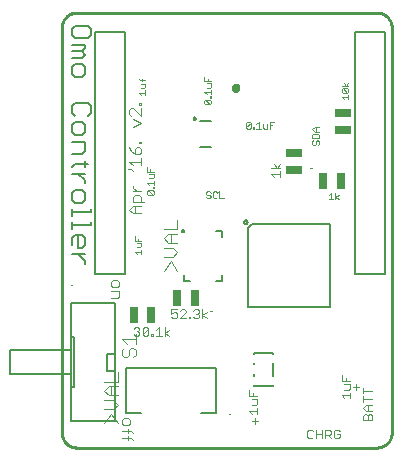
<source format=gto>
G75*
%MOIN*%
%OFA0B0*%
%FSLAX25Y25*%
%IPPOS*%
%LPD*%
%AMOC8*
5,1,8,0,0,1.08239X$1,22.5*
%
%ADD10C,0.00600*%
%ADD11C,0.01000*%
%ADD12C,0.01600*%
%ADD13C,0.00300*%
%ADD14C,0.00200*%
%ADD15C,0.00000*%
%ADD16R,0.02559X0.05512*%
%ADD17R,0.05512X0.02559*%
%ADD18C,0.00400*%
%ADD19C,0.00500*%
%ADD20C,0.00800*%
D10*
X0026041Y0063999D02*
X0026041Y0065067D01*
X0023906Y0067202D01*
X0021771Y0067202D02*
X0026041Y0067202D01*
X0024973Y0069377D02*
X0023906Y0069377D01*
X0023906Y0073647D01*
X0024973Y0073647D02*
X0026041Y0072580D01*
X0026041Y0070444D01*
X0024973Y0069377D01*
X0021771Y0070444D02*
X0021771Y0072580D01*
X0022838Y0073647D01*
X0024973Y0073647D01*
X0028176Y0076877D02*
X0021771Y0076877D01*
X0021771Y0077944D02*
X0021771Y0075809D01*
X0021771Y0080106D02*
X0021771Y0082241D01*
X0021771Y0081174D02*
X0028176Y0081174D01*
X0028176Y0082241D01*
X0024973Y0084416D02*
X0026041Y0085484D01*
X0026041Y0087619D01*
X0024973Y0088687D01*
X0022838Y0088687D01*
X0021771Y0087619D01*
X0021771Y0085484D01*
X0022838Y0084416D01*
X0024973Y0084416D01*
X0026041Y0090855D02*
X0026041Y0091923D01*
X0023906Y0094058D01*
X0021771Y0094058D02*
X0026041Y0094058D01*
X0026041Y0096220D02*
X0026041Y0098355D01*
X0027109Y0097287D02*
X0022838Y0097287D01*
X0021771Y0096220D01*
X0021771Y0100530D02*
X0024973Y0100530D01*
X0026041Y0101598D01*
X0026041Y0104800D01*
X0021771Y0104800D01*
X0022838Y0106976D02*
X0024973Y0106976D01*
X0026041Y0108043D01*
X0026041Y0110178D01*
X0024973Y0111246D01*
X0022838Y0111246D01*
X0021771Y0110178D01*
X0021771Y0108043D01*
X0022838Y0106976D01*
X0022838Y0113421D02*
X0021771Y0114489D01*
X0021771Y0116624D01*
X0022838Y0117691D01*
X0027109Y0117691D01*
X0028176Y0116624D01*
X0028176Y0114489D01*
X0027109Y0113421D01*
X0024973Y0126312D02*
X0022838Y0126312D01*
X0021771Y0127380D01*
X0021771Y0129515D01*
X0022838Y0130582D01*
X0024973Y0130582D01*
X0026041Y0129515D01*
X0026041Y0127380D01*
X0024973Y0126312D01*
X0024973Y0132758D02*
X0021771Y0132758D01*
X0021771Y0134893D02*
X0024973Y0134893D01*
X0026041Y0133825D01*
X0024973Y0132758D01*
X0024973Y0134893D02*
X0026041Y0135960D01*
X0026041Y0137028D01*
X0021771Y0137028D01*
X0022838Y0139203D02*
X0021771Y0140271D01*
X0021771Y0142406D01*
X0022838Y0143473D01*
X0027109Y0143473D01*
X0028176Y0142406D01*
X0028176Y0140271D01*
X0027109Y0139203D01*
X0022838Y0139203D01*
X0028176Y0077944D02*
X0028176Y0076877D01*
X0082589Y0034479D02*
X0082589Y0034109D01*
X0082589Y0034479D02*
X0088967Y0034479D01*
X0088967Y0034109D01*
X0088967Y0030935D02*
X0088967Y0026825D01*
X0088967Y0023652D02*
X0088967Y0023282D01*
X0082589Y0023282D01*
X0082589Y0023652D01*
X0082589Y0026825D02*
X0082589Y0027195D01*
X0082589Y0030565D02*
X0082589Y0030935D01*
D11*
X0018376Y0007817D02*
X0018376Y0142817D01*
X0018378Y0142957D01*
X0018384Y0143097D01*
X0018394Y0143237D01*
X0018407Y0143377D01*
X0018425Y0143516D01*
X0018447Y0143655D01*
X0018472Y0143792D01*
X0018501Y0143930D01*
X0018534Y0144066D01*
X0018571Y0144201D01*
X0018612Y0144335D01*
X0018657Y0144468D01*
X0018705Y0144600D01*
X0018757Y0144730D01*
X0018812Y0144859D01*
X0018871Y0144986D01*
X0018934Y0145112D01*
X0019000Y0145236D01*
X0019069Y0145357D01*
X0019142Y0145477D01*
X0019219Y0145595D01*
X0019298Y0145710D01*
X0019381Y0145824D01*
X0019467Y0145934D01*
X0019556Y0146043D01*
X0019648Y0146149D01*
X0019743Y0146252D01*
X0019840Y0146353D01*
X0019941Y0146450D01*
X0020044Y0146545D01*
X0020150Y0146637D01*
X0020259Y0146726D01*
X0020369Y0146812D01*
X0020483Y0146895D01*
X0020598Y0146974D01*
X0020716Y0147051D01*
X0020836Y0147124D01*
X0020957Y0147193D01*
X0021081Y0147259D01*
X0021207Y0147322D01*
X0021334Y0147381D01*
X0021463Y0147436D01*
X0021593Y0147488D01*
X0021725Y0147536D01*
X0021858Y0147581D01*
X0021992Y0147622D01*
X0022127Y0147659D01*
X0022263Y0147692D01*
X0022401Y0147721D01*
X0022538Y0147746D01*
X0022677Y0147768D01*
X0022816Y0147786D01*
X0022956Y0147799D01*
X0023096Y0147809D01*
X0023236Y0147815D01*
X0023376Y0147817D01*
X0123376Y0147817D01*
X0123516Y0147815D01*
X0123656Y0147809D01*
X0123796Y0147799D01*
X0123936Y0147786D01*
X0124075Y0147768D01*
X0124214Y0147746D01*
X0124351Y0147721D01*
X0124489Y0147692D01*
X0124625Y0147659D01*
X0124760Y0147622D01*
X0124894Y0147581D01*
X0125027Y0147536D01*
X0125159Y0147488D01*
X0125289Y0147436D01*
X0125418Y0147381D01*
X0125545Y0147322D01*
X0125671Y0147259D01*
X0125795Y0147193D01*
X0125916Y0147124D01*
X0126036Y0147051D01*
X0126154Y0146974D01*
X0126269Y0146895D01*
X0126383Y0146812D01*
X0126493Y0146726D01*
X0126602Y0146637D01*
X0126708Y0146545D01*
X0126811Y0146450D01*
X0126912Y0146353D01*
X0127009Y0146252D01*
X0127104Y0146149D01*
X0127196Y0146043D01*
X0127285Y0145934D01*
X0127371Y0145824D01*
X0127454Y0145710D01*
X0127533Y0145595D01*
X0127610Y0145477D01*
X0127683Y0145357D01*
X0127752Y0145236D01*
X0127818Y0145112D01*
X0127881Y0144986D01*
X0127940Y0144859D01*
X0127995Y0144730D01*
X0128047Y0144600D01*
X0128095Y0144468D01*
X0128140Y0144335D01*
X0128181Y0144201D01*
X0128218Y0144066D01*
X0128251Y0143930D01*
X0128280Y0143792D01*
X0128305Y0143655D01*
X0128327Y0143516D01*
X0128345Y0143377D01*
X0128358Y0143237D01*
X0128368Y0143097D01*
X0128374Y0142957D01*
X0128376Y0142817D01*
X0128376Y0007817D01*
X0128374Y0007677D01*
X0128368Y0007537D01*
X0128358Y0007397D01*
X0128345Y0007257D01*
X0128327Y0007118D01*
X0128305Y0006979D01*
X0128280Y0006842D01*
X0128251Y0006704D01*
X0128218Y0006568D01*
X0128181Y0006433D01*
X0128140Y0006299D01*
X0128095Y0006166D01*
X0128047Y0006034D01*
X0127995Y0005904D01*
X0127940Y0005775D01*
X0127881Y0005648D01*
X0127818Y0005522D01*
X0127752Y0005398D01*
X0127683Y0005277D01*
X0127610Y0005157D01*
X0127533Y0005039D01*
X0127454Y0004924D01*
X0127371Y0004810D01*
X0127285Y0004700D01*
X0127196Y0004591D01*
X0127104Y0004485D01*
X0127009Y0004382D01*
X0126912Y0004281D01*
X0126811Y0004184D01*
X0126708Y0004089D01*
X0126602Y0003997D01*
X0126493Y0003908D01*
X0126383Y0003822D01*
X0126269Y0003739D01*
X0126154Y0003660D01*
X0126036Y0003583D01*
X0125916Y0003510D01*
X0125795Y0003441D01*
X0125671Y0003375D01*
X0125545Y0003312D01*
X0125418Y0003253D01*
X0125289Y0003198D01*
X0125159Y0003146D01*
X0125027Y0003098D01*
X0124894Y0003053D01*
X0124760Y0003012D01*
X0124625Y0002975D01*
X0124489Y0002942D01*
X0124351Y0002913D01*
X0124214Y0002888D01*
X0124075Y0002866D01*
X0123936Y0002848D01*
X0123796Y0002835D01*
X0123656Y0002825D01*
X0123516Y0002819D01*
X0123376Y0002817D01*
X0023376Y0002817D01*
X0023236Y0002819D01*
X0023096Y0002825D01*
X0022956Y0002835D01*
X0022816Y0002848D01*
X0022677Y0002866D01*
X0022538Y0002888D01*
X0022401Y0002913D01*
X0022263Y0002942D01*
X0022127Y0002975D01*
X0021992Y0003012D01*
X0021858Y0003053D01*
X0021725Y0003098D01*
X0021593Y0003146D01*
X0021463Y0003198D01*
X0021334Y0003253D01*
X0021207Y0003312D01*
X0021081Y0003375D01*
X0020957Y0003441D01*
X0020836Y0003510D01*
X0020716Y0003583D01*
X0020598Y0003660D01*
X0020483Y0003739D01*
X0020369Y0003822D01*
X0020259Y0003908D01*
X0020150Y0003997D01*
X0020044Y0004089D01*
X0019941Y0004184D01*
X0019840Y0004281D01*
X0019743Y0004382D01*
X0019648Y0004485D01*
X0019556Y0004591D01*
X0019467Y0004700D01*
X0019381Y0004810D01*
X0019298Y0004924D01*
X0019219Y0005039D01*
X0019142Y0005157D01*
X0019069Y0005277D01*
X0019000Y0005398D01*
X0018934Y0005522D01*
X0018871Y0005648D01*
X0018812Y0005775D01*
X0018757Y0005904D01*
X0018705Y0006034D01*
X0018657Y0006166D01*
X0018612Y0006299D01*
X0018571Y0006433D01*
X0018534Y0006568D01*
X0018501Y0006704D01*
X0018472Y0006842D01*
X0018447Y0006979D01*
X0018425Y0007118D01*
X0018407Y0007257D01*
X0018394Y0007397D01*
X0018384Y0007537D01*
X0018378Y0007677D01*
X0018376Y0007817D01*
D12*
X0075813Y0122713D02*
X0075815Y0122760D01*
X0075821Y0122807D01*
X0075830Y0122853D01*
X0075844Y0122898D01*
X0075861Y0122942D01*
X0075882Y0122984D01*
X0075906Y0123025D01*
X0075933Y0123063D01*
X0075964Y0123099D01*
X0075997Y0123132D01*
X0076033Y0123163D01*
X0076071Y0123190D01*
X0076112Y0123214D01*
X0076154Y0123235D01*
X0076198Y0123252D01*
X0076243Y0123266D01*
X0076289Y0123275D01*
X0076336Y0123281D01*
X0076383Y0123283D01*
X0076430Y0123281D01*
X0076477Y0123275D01*
X0076523Y0123266D01*
X0076568Y0123252D01*
X0076612Y0123235D01*
X0076654Y0123214D01*
X0076695Y0123190D01*
X0076733Y0123163D01*
X0076769Y0123132D01*
X0076802Y0123099D01*
X0076833Y0123063D01*
X0076860Y0123025D01*
X0076884Y0122984D01*
X0076905Y0122942D01*
X0076922Y0122898D01*
X0076936Y0122853D01*
X0076945Y0122807D01*
X0076951Y0122760D01*
X0076953Y0122713D01*
X0076951Y0122666D01*
X0076945Y0122619D01*
X0076936Y0122573D01*
X0076922Y0122528D01*
X0076905Y0122484D01*
X0076884Y0122442D01*
X0076860Y0122401D01*
X0076833Y0122363D01*
X0076802Y0122327D01*
X0076769Y0122294D01*
X0076733Y0122263D01*
X0076695Y0122236D01*
X0076654Y0122212D01*
X0076612Y0122191D01*
X0076568Y0122174D01*
X0076523Y0122160D01*
X0076477Y0122151D01*
X0076430Y0122145D01*
X0076383Y0122143D01*
X0076336Y0122145D01*
X0076289Y0122151D01*
X0076243Y0122160D01*
X0076198Y0122174D01*
X0076154Y0122191D01*
X0076112Y0122212D01*
X0076071Y0122236D01*
X0076033Y0122263D01*
X0075997Y0122294D01*
X0075964Y0122327D01*
X0075933Y0122363D01*
X0075906Y0122401D01*
X0075882Y0122442D01*
X0075861Y0122484D01*
X0075844Y0122528D01*
X0075830Y0122573D01*
X0075821Y0122619D01*
X0075815Y0122666D01*
X0075813Y0122713D01*
D13*
X0089236Y0097425D02*
X0090203Y0095974D01*
X0091171Y0097425D01*
X0091171Y0095974D02*
X0088268Y0095974D01*
X0088268Y0093995D02*
X0091171Y0093995D01*
X0091171Y0094962D02*
X0091171Y0093027D01*
X0089236Y0093027D02*
X0088268Y0093995D01*
X0065184Y0048884D02*
X0065184Y0045981D01*
X0065184Y0046949D02*
X0066635Y0047916D01*
X0065184Y0046949D02*
X0066635Y0045981D01*
X0064172Y0046465D02*
X0063688Y0045981D01*
X0062721Y0045981D01*
X0062237Y0046465D01*
X0061248Y0046465D02*
X0061248Y0045981D01*
X0060764Y0045981D01*
X0060764Y0046465D01*
X0061248Y0046465D01*
X0059752Y0045981D02*
X0057817Y0045981D01*
X0059752Y0047916D01*
X0059752Y0048400D01*
X0059269Y0048884D01*
X0058301Y0048884D01*
X0057817Y0048400D01*
X0056806Y0048884D02*
X0054871Y0048884D01*
X0054871Y0047433D01*
X0055838Y0047916D01*
X0056322Y0047916D01*
X0056806Y0047433D01*
X0056806Y0046465D01*
X0056322Y0045981D01*
X0055355Y0045981D01*
X0054871Y0046465D01*
X0052670Y0042978D02*
X0052670Y0040076D01*
X0052670Y0041043D02*
X0054121Y0042011D01*
X0052670Y0041043D02*
X0054121Y0040076D01*
X0051659Y0040076D02*
X0049724Y0040076D01*
X0050691Y0040076D02*
X0050691Y0042978D01*
X0049724Y0042011D01*
X0048734Y0040560D02*
X0048250Y0040560D01*
X0048250Y0040076D01*
X0048734Y0040076D01*
X0048734Y0040560D01*
X0047239Y0040560D02*
X0046755Y0040076D01*
X0045788Y0040076D01*
X0045304Y0040560D01*
X0047239Y0042495D01*
X0047239Y0040560D01*
X0047239Y0042495D02*
X0046755Y0042978D01*
X0045788Y0042978D01*
X0045304Y0042495D01*
X0045304Y0040560D01*
X0044292Y0040560D02*
X0043809Y0040076D01*
X0042841Y0040076D01*
X0042357Y0040560D01*
X0043325Y0041527D02*
X0043809Y0041527D01*
X0044292Y0041043D01*
X0044292Y0040560D01*
X0043809Y0041527D02*
X0044292Y0042011D01*
X0044292Y0042495D01*
X0043809Y0042978D01*
X0042841Y0042978D01*
X0042357Y0042495D01*
X0036817Y0052504D02*
X0034966Y0052504D01*
X0034966Y0054973D02*
X0037435Y0054973D01*
X0037435Y0053122D01*
X0036817Y0052504D01*
X0036817Y0056188D02*
X0035583Y0056188D01*
X0034966Y0056805D01*
X0034966Y0058039D01*
X0035583Y0058656D01*
X0036817Y0058656D01*
X0037435Y0058039D01*
X0037435Y0056805D01*
X0036817Y0056188D01*
X0042173Y0080886D02*
X0040938Y0082120D01*
X0042173Y0083355D01*
X0044642Y0083355D01*
X0044642Y0084569D02*
X0044642Y0086421D01*
X0044024Y0087038D01*
X0042790Y0087038D01*
X0042173Y0086421D01*
X0042173Y0084569D01*
X0045876Y0084569D01*
X0042790Y0083355D02*
X0042790Y0080886D01*
X0042173Y0080886D02*
X0044642Y0080886D01*
X0044642Y0088252D02*
X0042173Y0088252D01*
X0043407Y0088252D02*
X0042173Y0089487D01*
X0042173Y0090104D01*
X0042173Y0095005D02*
X0041556Y0095622D01*
X0040321Y0095622D01*
X0042173Y0096846D02*
X0040938Y0098081D01*
X0044642Y0098081D01*
X0044642Y0099315D02*
X0044642Y0096846D01*
X0044024Y0100529D02*
X0042790Y0100529D01*
X0042790Y0102381D01*
X0043407Y0102998D01*
X0044024Y0102998D01*
X0044642Y0102381D01*
X0044642Y0101147D01*
X0044024Y0100529D01*
X0042790Y0100529D02*
X0041556Y0101764D01*
X0040938Y0102998D01*
X0044024Y0104213D02*
X0044024Y0104830D01*
X0044642Y0104830D01*
X0044642Y0104213D01*
X0044024Y0104213D01*
X0042173Y0109737D02*
X0044642Y0110972D01*
X0042173Y0112206D01*
X0041556Y0113420D02*
X0040938Y0114038D01*
X0040938Y0115272D01*
X0041556Y0115889D01*
X0042173Y0115889D01*
X0044642Y0113420D01*
X0044642Y0115889D01*
X0044642Y0117104D02*
X0044642Y0117721D01*
X0044024Y0117721D01*
X0044024Y0117104D01*
X0044642Y0117104D01*
X0062721Y0048884D02*
X0063688Y0048884D01*
X0064172Y0048400D01*
X0064172Y0047916D01*
X0063688Y0047433D01*
X0064172Y0046949D01*
X0064172Y0046465D01*
X0063688Y0047433D02*
X0063205Y0047433D01*
X0062237Y0048400D02*
X0062721Y0048884D01*
X0080713Y0021857D02*
X0080713Y0019922D01*
X0083616Y0019922D01*
X0083616Y0018910D02*
X0081681Y0018910D01*
X0082164Y0019922D02*
X0082164Y0020889D01*
X0083616Y0018910D02*
X0083616Y0017459D01*
X0083132Y0016975D01*
X0081681Y0016975D01*
X0083616Y0015964D02*
X0083616Y0014029D01*
X0083616Y0014996D02*
X0080713Y0014996D01*
X0081681Y0014029D01*
X0082724Y0012539D02*
X0082724Y0010604D01*
X0081757Y0011572D02*
X0083692Y0011572D01*
X0100243Y0008331D02*
X0100243Y0006396D01*
X0100726Y0005913D01*
X0101694Y0005913D01*
X0102178Y0006396D01*
X0103189Y0005913D02*
X0103189Y0008815D01*
X0102178Y0008331D02*
X0101694Y0008815D01*
X0100726Y0008815D01*
X0100243Y0008331D01*
X0103189Y0007364D02*
X0105124Y0007364D01*
X0106136Y0006880D02*
X0107587Y0006880D01*
X0108071Y0007364D01*
X0108071Y0008331D01*
X0107587Y0008815D01*
X0106136Y0008815D01*
X0106136Y0005913D01*
X0105124Y0005913D02*
X0105124Y0008815D01*
X0107103Y0006880D02*
X0108071Y0005913D01*
X0109082Y0006396D02*
X0109566Y0005913D01*
X0110533Y0005913D01*
X0111017Y0006396D01*
X0111017Y0007364D01*
X0110050Y0007364D01*
X0111017Y0008331D02*
X0110533Y0008815D01*
X0109566Y0008815D01*
X0109082Y0008331D01*
X0109082Y0006396D01*
X0118887Y0012014D02*
X0118887Y0013465D01*
X0119371Y0013949D01*
X0119855Y0013949D01*
X0120338Y0013465D01*
X0120338Y0012014D01*
X0118887Y0012014D02*
X0121790Y0012014D01*
X0121790Y0013465D01*
X0121306Y0013949D01*
X0120822Y0013949D01*
X0120338Y0013465D01*
X0120338Y0014961D02*
X0120338Y0016896D01*
X0119855Y0016896D02*
X0121790Y0016896D01*
X0119855Y0016896D02*
X0118887Y0015928D01*
X0119855Y0014961D01*
X0121790Y0014961D01*
X0121790Y0018875D02*
X0118887Y0018875D01*
X0118887Y0019842D02*
X0118887Y0017907D01*
X0118887Y0020854D02*
X0118887Y0022789D01*
X0118887Y0021821D02*
X0121790Y0021821D01*
X0117513Y0022933D02*
X0115578Y0022933D01*
X0114538Y0022633D02*
X0114538Y0024084D01*
X0112603Y0024084D01*
X0113087Y0025096D02*
X0113087Y0026063D01*
X0114538Y0025096D02*
X0111636Y0025096D01*
X0111636Y0027031D01*
X0114538Y0022633D02*
X0114054Y0022149D01*
X0112603Y0022149D01*
X0111636Y0020170D02*
X0114538Y0020170D01*
X0114538Y0019203D02*
X0114538Y0021138D01*
X0116545Y0021965D02*
X0116545Y0023900D01*
X0112603Y0019203D02*
X0111636Y0020170D01*
X0042229Y0007750D02*
X0041612Y0008367D01*
X0038526Y0008367D01*
X0039143Y0010199D02*
X0040378Y0010199D01*
X0040995Y0010816D01*
X0040995Y0012050D01*
X0040378Y0012667D01*
X0039143Y0012667D01*
X0038526Y0012050D01*
X0038526Y0010816D01*
X0039143Y0010199D01*
X0040378Y0008984D02*
X0040378Y0007750D01*
X0040378Y0006529D02*
X0040378Y0005294D01*
X0041612Y0005912D02*
X0038526Y0005912D01*
X0041612Y0005912D02*
X0042229Y0005294D01*
D14*
X0043470Y0067298D02*
X0042736Y0068032D01*
X0044938Y0068032D01*
X0044938Y0067298D02*
X0044938Y0068766D01*
X0044571Y0069508D02*
X0044938Y0069875D01*
X0044938Y0070976D01*
X0043470Y0070976D01*
X0043837Y0071717D02*
X0043837Y0072451D01*
X0044938Y0071717D02*
X0042736Y0071717D01*
X0042736Y0073185D01*
X0043470Y0069508D02*
X0044571Y0069508D01*
X0047221Y0087040D02*
X0046854Y0087407D01*
X0046854Y0088141D01*
X0047221Y0088508D01*
X0048689Y0087040D01*
X0049056Y0087407D01*
X0049056Y0088141D01*
X0048689Y0088508D01*
X0047221Y0088508D01*
X0047221Y0087040D02*
X0048689Y0087040D01*
X0048689Y0089250D02*
X0048689Y0089617D01*
X0049056Y0089617D01*
X0049056Y0089250D01*
X0048689Y0089250D01*
X0049056Y0090355D02*
X0049056Y0091823D01*
X0049056Y0091089D02*
X0046854Y0091089D01*
X0047588Y0090355D01*
X0047588Y0092565D02*
X0048689Y0092565D01*
X0049056Y0092932D01*
X0049056Y0094033D01*
X0047588Y0094033D01*
X0047955Y0094775D02*
X0047955Y0095509D01*
X0046854Y0094775D02*
X0046854Y0096243D01*
X0046854Y0094775D02*
X0049056Y0094775D01*
X0066507Y0087823D02*
X0066507Y0087456D01*
X0066874Y0087089D01*
X0067608Y0087089D01*
X0067975Y0086722D01*
X0067975Y0086355D01*
X0067608Y0085988D01*
X0066874Y0085988D01*
X0066507Y0086355D01*
X0066507Y0087823D02*
X0066874Y0088190D01*
X0067608Y0088190D01*
X0067975Y0087823D01*
X0068717Y0087823D02*
X0068717Y0086355D01*
X0069084Y0085988D01*
X0069818Y0085988D01*
X0070185Y0086355D01*
X0070927Y0085988D02*
X0072395Y0085988D01*
X0070927Y0085988D02*
X0070927Y0088190D01*
X0070185Y0087823D02*
X0069818Y0088190D01*
X0069084Y0088190D01*
X0068717Y0087823D01*
X0080294Y0109158D02*
X0079927Y0109525D01*
X0081395Y0110993D01*
X0081395Y0109525D01*
X0081028Y0109158D01*
X0080294Y0109158D01*
X0079927Y0109525D02*
X0079927Y0110993D01*
X0080294Y0111360D01*
X0081028Y0111360D01*
X0081395Y0110993D01*
X0082136Y0109525D02*
X0082503Y0109525D01*
X0082503Y0109158D01*
X0082136Y0109158D01*
X0082136Y0109525D01*
X0083241Y0109158D02*
X0084709Y0109158D01*
X0083975Y0109158D02*
X0083975Y0111360D01*
X0083241Y0110626D01*
X0085451Y0110626D02*
X0085451Y0109525D01*
X0085818Y0109158D01*
X0086919Y0109158D01*
X0086919Y0110626D01*
X0087661Y0110259D02*
X0088395Y0110259D01*
X0087661Y0109158D02*
X0087661Y0111360D01*
X0089129Y0111360D01*
X0101901Y0108858D02*
X0102635Y0109592D01*
X0104103Y0109592D01*
X0103002Y0109592D02*
X0103002Y0108124D01*
X0102635Y0108124D02*
X0101901Y0108858D01*
X0102635Y0108124D02*
X0104103Y0108124D01*
X0103736Y0107383D02*
X0102268Y0107383D01*
X0101901Y0107016D01*
X0101901Y0105915D01*
X0104103Y0105915D01*
X0104103Y0107016D01*
X0103736Y0107383D01*
X0103736Y0105173D02*
X0104103Y0104806D01*
X0104103Y0104072D01*
X0103736Y0103705D01*
X0103002Y0104072D02*
X0103002Y0104806D01*
X0103369Y0105173D01*
X0103736Y0105173D01*
X0103002Y0104072D02*
X0102635Y0103705D01*
X0102268Y0103705D01*
X0101901Y0104072D01*
X0101901Y0104806D01*
X0102268Y0105173D01*
X0112431Y0118906D02*
X0111697Y0119640D01*
X0113899Y0119640D01*
X0113899Y0118906D02*
X0113899Y0120374D01*
X0113532Y0121116D02*
X0112064Y0121116D01*
X0111697Y0121482D01*
X0111697Y0122216D01*
X0112064Y0122583D01*
X0113532Y0121116D01*
X0113899Y0121482D01*
X0113899Y0122216D01*
X0113532Y0122583D01*
X0112064Y0122583D01*
X0111697Y0123325D02*
X0113899Y0123325D01*
X0113165Y0123325D02*
X0112431Y0124426D01*
X0113165Y0123325D02*
X0113899Y0124426D01*
X0109627Y0087818D02*
X0109627Y0085616D01*
X0109627Y0086350D02*
X0110728Y0087084D01*
X0109627Y0086350D02*
X0110728Y0085616D01*
X0108885Y0085616D02*
X0107417Y0085616D01*
X0108151Y0085616D02*
X0108151Y0087818D01*
X0107417Y0087084D01*
X0068111Y0117628D02*
X0067744Y0117261D01*
X0066276Y0118729D01*
X0067744Y0118729D01*
X0068111Y0118362D01*
X0068111Y0117628D01*
X0067744Y0117261D02*
X0066276Y0117261D01*
X0065909Y0117628D01*
X0065909Y0118362D01*
X0066276Y0118729D01*
X0067744Y0119471D02*
X0067744Y0119838D01*
X0068111Y0119838D01*
X0068111Y0119471D01*
X0067744Y0119471D01*
X0068111Y0120575D02*
X0068111Y0122043D01*
X0068111Y0121309D02*
X0065909Y0121309D01*
X0066643Y0120575D01*
X0066643Y0122785D02*
X0067744Y0122785D01*
X0068111Y0123152D01*
X0068111Y0124253D01*
X0066643Y0124253D01*
X0067010Y0124995D02*
X0067010Y0125729D01*
X0065909Y0124995D02*
X0065909Y0126463D01*
X0065909Y0124995D02*
X0068111Y0124995D01*
X0046209Y0125206D02*
X0044374Y0125206D01*
X0044007Y0125573D01*
X0045108Y0125573D02*
X0045108Y0124839D01*
X0044741Y0124097D02*
X0046209Y0124097D01*
X0046209Y0122996D01*
X0045842Y0122629D01*
X0044741Y0122629D01*
X0046209Y0121887D02*
X0046209Y0120419D01*
X0046209Y0121153D02*
X0044007Y0121153D01*
X0044741Y0120419D01*
D15*
X0069907Y0088008D02*
X0069974Y0088008D01*
X0069999Y0088008D02*
X0070049Y0088008D01*
X0070066Y0087992D01*
X0070066Y0087958D01*
X0070049Y0087942D01*
X0069999Y0087942D01*
X0069999Y0087908D02*
X0069999Y0088008D01*
X0069940Y0088008D02*
X0069940Y0087908D01*
X0070091Y0087908D02*
X0070141Y0087908D01*
X0070158Y0087925D01*
X0070158Y0087942D01*
X0070141Y0087958D01*
X0070091Y0087958D01*
X0070091Y0087908D02*
X0070091Y0088008D01*
X0070141Y0088008D01*
X0070158Y0087992D01*
X0070158Y0087975D01*
X0070141Y0087958D01*
X0070183Y0087975D02*
X0070216Y0088008D01*
X0070216Y0087908D01*
X0070183Y0087908D02*
X0070250Y0087908D01*
X0070275Y0087875D02*
X0070308Y0087908D01*
X0070292Y0087908D01*
X0070292Y0087925D01*
X0070308Y0087925D01*
X0070308Y0087908D01*
X0070336Y0087908D02*
X0070403Y0087975D01*
X0070403Y0087992D01*
X0070387Y0088008D01*
X0070353Y0088008D01*
X0070336Y0087992D01*
X0070336Y0087908D02*
X0070403Y0087908D01*
X0070429Y0087908D02*
X0070429Y0087925D01*
X0070495Y0087992D01*
X0070495Y0088008D01*
X0070429Y0088008D01*
X0101184Y0096060D02*
X0101251Y0096060D01*
X0101276Y0096060D02*
X0101326Y0096060D01*
X0101343Y0096044D01*
X0101343Y0096010D01*
X0101326Y0095994D01*
X0101276Y0095994D01*
X0101276Y0095960D02*
X0101276Y0096060D01*
X0101218Y0096060D02*
X0101218Y0095960D01*
X0101369Y0095960D02*
X0101419Y0095960D01*
X0101435Y0095977D01*
X0101435Y0095994D01*
X0101419Y0096010D01*
X0101369Y0096010D01*
X0101419Y0096010D02*
X0101435Y0096027D01*
X0101435Y0096044D01*
X0101419Y0096060D01*
X0101369Y0096060D01*
X0101369Y0095960D01*
X0101461Y0095960D02*
X0101527Y0095960D01*
X0101494Y0095960D02*
X0101494Y0096060D01*
X0101461Y0096027D01*
X0101569Y0095977D02*
X0101569Y0095960D01*
X0101586Y0095960D01*
X0101586Y0095977D01*
X0101569Y0095977D01*
X0101586Y0095960D02*
X0101553Y0095927D01*
X0101614Y0095960D02*
X0101681Y0096027D01*
X0101681Y0096044D01*
X0101664Y0096060D01*
X0101631Y0096060D01*
X0101614Y0096044D01*
X0101614Y0095960D02*
X0101681Y0095960D01*
X0101706Y0095960D02*
X0101706Y0095977D01*
X0101773Y0096044D01*
X0101773Y0096060D01*
X0101706Y0096060D01*
X0068486Y0048404D02*
X0068486Y0048387D01*
X0068420Y0048321D01*
X0068420Y0048304D01*
X0068394Y0048304D02*
X0068328Y0048304D01*
X0068394Y0048371D01*
X0068394Y0048387D01*
X0068378Y0048404D01*
X0068344Y0048404D01*
X0068328Y0048387D01*
X0068300Y0048321D02*
X0068283Y0048321D01*
X0068283Y0048304D01*
X0068300Y0048304D01*
X0068300Y0048321D01*
X0068300Y0048304D02*
X0068266Y0048270D01*
X0068241Y0048304D02*
X0068174Y0048304D01*
X0068149Y0048321D02*
X0068132Y0048304D01*
X0068082Y0048304D01*
X0068082Y0048404D01*
X0068132Y0048404D01*
X0068149Y0048387D01*
X0068149Y0048371D01*
X0068132Y0048354D01*
X0068082Y0048354D01*
X0068057Y0048354D02*
X0068040Y0048337D01*
X0067990Y0048337D01*
X0067990Y0048304D02*
X0067990Y0048404D01*
X0068040Y0048404D01*
X0068057Y0048387D01*
X0068057Y0048354D01*
X0068132Y0048354D02*
X0068149Y0048337D01*
X0068149Y0048321D01*
X0068174Y0048371D02*
X0068208Y0048404D01*
X0068208Y0048304D01*
X0068420Y0048404D02*
X0068486Y0048404D01*
X0067965Y0048404D02*
X0067898Y0048404D01*
X0067931Y0048404D02*
X0067931Y0048304D01*
X0073986Y0014051D02*
X0074053Y0014051D01*
X0074078Y0014051D02*
X0074128Y0014051D01*
X0074145Y0014035D01*
X0074145Y0014001D01*
X0074128Y0013985D01*
X0074078Y0013985D01*
X0074078Y0013951D02*
X0074078Y0014051D01*
X0074020Y0014051D02*
X0074020Y0013951D01*
X0074170Y0013951D02*
X0074220Y0013951D01*
X0074237Y0013968D01*
X0074237Y0013985D01*
X0074220Y0014001D01*
X0074170Y0014001D01*
X0074170Y0013951D02*
X0074170Y0014051D01*
X0074220Y0014051D01*
X0074237Y0014035D01*
X0074237Y0014018D01*
X0074220Y0014001D01*
X0074262Y0014018D02*
X0074296Y0014051D01*
X0074296Y0013951D01*
X0074329Y0013951D02*
X0074262Y0013951D01*
X0074355Y0013918D02*
X0074388Y0013951D01*
X0074371Y0013951D01*
X0074371Y0013968D01*
X0074388Y0013968D01*
X0074388Y0013951D01*
X0074416Y0013951D02*
X0074483Y0014018D01*
X0074483Y0014035D01*
X0074466Y0014051D01*
X0074433Y0014051D01*
X0074416Y0014035D01*
X0074416Y0013951D02*
X0074483Y0013951D01*
X0074508Y0013951D02*
X0074508Y0013968D01*
X0074575Y0014035D01*
X0074575Y0014051D01*
X0074508Y0014051D01*
X0021831Y0057020D02*
X0021831Y0057037D01*
X0021898Y0057104D01*
X0021898Y0057120D01*
X0021831Y0057120D01*
X0021805Y0057104D02*
X0021789Y0057120D01*
X0021755Y0057120D01*
X0021739Y0057104D01*
X0021805Y0057104D02*
X0021805Y0057087D01*
X0021739Y0057020D01*
X0021805Y0057020D01*
X0021711Y0057020D02*
X0021694Y0057020D01*
X0021694Y0057037D01*
X0021711Y0057037D01*
X0021711Y0057020D01*
X0021677Y0056987D01*
X0021652Y0057020D02*
X0021585Y0057020D01*
X0021560Y0057037D02*
X0021543Y0057020D01*
X0021493Y0057020D01*
X0021493Y0057120D01*
X0021543Y0057120D01*
X0021560Y0057104D01*
X0021560Y0057087D01*
X0021543Y0057070D01*
X0021493Y0057070D01*
X0021468Y0057070D02*
X0021451Y0057054D01*
X0021401Y0057054D01*
X0021401Y0057020D02*
X0021401Y0057120D01*
X0021451Y0057120D01*
X0021468Y0057104D01*
X0021468Y0057070D01*
X0021543Y0057070D02*
X0021560Y0057054D01*
X0021560Y0057037D01*
X0021585Y0057087D02*
X0021619Y0057120D01*
X0021619Y0057020D01*
X0021376Y0057120D02*
X0021309Y0057120D01*
X0021342Y0057120D02*
X0021342Y0057020D01*
D16*
X0042385Y0046878D03*
X0048185Y0046878D03*
X0056952Y0052784D03*
X0062752Y0052784D03*
X0105519Y0091594D03*
X0111319Y0091594D03*
D17*
X0112083Y0108520D03*
X0112083Y0114320D03*
X0095776Y0101048D03*
X0095776Y0095248D03*
D18*
X0056956Y0078687D02*
X0056956Y0075618D01*
X0052352Y0075618D01*
X0053886Y0074083D02*
X0052352Y0072549D01*
X0053886Y0071014D01*
X0056956Y0071014D01*
X0055421Y0069480D02*
X0052352Y0069480D01*
X0054654Y0071014D02*
X0054654Y0074083D01*
X0053886Y0074083D02*
X0056956Y0074083D01*
X0055421Y0069480D02*
X0056956Y0067945D01*
X0055421Y0066410D01*
X0052352Y0066410D01*
X0054654Y0064876D02*
X0056956Y0061806D01*
X0054654Y0064876D02*
X0052352Y0061806D01*
X0043058Y0040538D02*
X0043058Y0037469D01*
X0043058Y0039003D02*
X0038454Y0039003D01*
X0039989Y0037469D01*
X0039221Y0035934D02*
X0038454Y0035167D01*
X0038454Y0033632D01*
X0039221Y0032865D01*
X0039989Y0032865D01*
X0040756Y0033632D01*
X0040756Y0035167D01*
X0041523Y0035934D01*
X0042291Y0035934D01*
X0043058Y0035167D01*
X0043058Y0033632D01*
X0042291Y0032865D01*
X0037133Y0027861D02*
X0037133Y0024791D01*
X0032529Y0024791D01*
X0034063Y0023257D02*
X0037133Y0023257D01*
X0034831Y0023257D02*
X0034831Y0020187D01*
X0034063Y0020187D02*
X0032529Y0021722D01*
X0034063Y0023257D01*
X0034063Y0020187D02*
X0037133Y0020187D01*
X0035598Y0018653D02*
X0032529Y0018653D01*
X0032529Y0015583D02*
X0035598Y0015583D01*
X0037133Y0017118D01*
X0035598Y0018653D01*
X0034831Y0014049D02*
X0037133Y0010980D01*
X0034831Y0014049D02*
X0032529Y0010980D01*
D19*
X0036289Y0011557D02*
X0021329Y0011557D01*
X0021329Y0022975D01*
X0022510Y0022975D01*
X0022510Y0039510D01*
X0021329Y0039510D01*
X0021329Y0050928D01*
X0036289Y0050928D01*
X0036289Y0033998D01*
X0033533Y0033998D01*
X0033533Y0028487D01*
X0036289Y0028487D01*
X0036289Y0011557D01*
X0039833Y0014195D02*
X0044833Y0014195D01*
X0039833Y0014195D02*
X0039833Y0029195D01*
X0069833Y0029195D01*
X0069833Y0014195D01*
X0064833Y0014195D01*
X0036289Y0028487D02*
X0036289Y0033998D01*
X0021329Y0035180D02*
X0021329Y0027306D01*
X0001250Y0027306D01*
X0001250Y0035180D01*
X0021329Y0035180D01*
X0021329Y0039510D01*
X0021329Y0027306D02*
X0021329Y0022975D01*
X0059242Y0058369D02*
X0059242Y0060337D01*
X0059242Y0058369D02*
X0061211Y0058369D01*
X0069872Y0058369D02*
X0071841Y0058369D01*
X0071841Y0060337D01*
X0071841Y0072935D02*
X0071841Y0074904D01*
X0069872Y0074904D01*
X0058454Y0074904D02*
X0058456Y0074943D01*
X0058462Y0074982D01*
X0058472Y0075020D01*
X0058485Y0075057D01*
X0058502Y0075092D01*
X0058522Y0075126D01*
X0058546Y0075157D01*
X0058573Y0075186D01*
X0058602Y0075212D01*
X0058634Y0075235D01*
X0058668Y0075255D01*
X0058704Y0075271D01*
X0058741Y0075283D01*
X0058780Y0075292D01*
X0058819Y0075297D01*
X0058858Y0075298D01*
X0058897Y0075295D01*
X0058936Y0075288D01*
X0058973Y0075277D01*
X0059010Y0075263D01*
X0059045Y0075245D01*
X0059078Y0075224D01*
X0059109Y0075199D01*
X0059137Y0075172D01*
X0059162Y0075142D01*
X0059184Y0075109D01*
X0059203Y0075075D01*
X0059218Y0075039D01*
X0059230Y0075001D01*
X0059238Y0074963D01*
X0059242Y0074924D01*
X0059242Y0074884D01*
X0059238Y0074845D01*
X0059230Y0074807D01*
X0059218Y0074769D01*
X0059203Y0074733D01*
X0059184Y0074699D01*
X0059162Y0074666D01*
X0059137Y0074636D01*
X0059109Y0074609D01*
X0059078Y0074584D01*
X0059045Y0074563D01*
X0059010Y0074545D01*
X0058973Y0074531D01*
X0058936Y0074520D01*
X0058897Y0074513D01*
X0058858Y0074510D01*
X0058819Y0074511D01*
X0058780Y0074516D01*
X0058741Y0074525D01*
X0058704Y0074537D01*
X0058668Y0074553D01*
X0058634Y0074573D01*
X0058602Y0074596D01*
X0058573Y0074622D01*
X0058546Y0074651D01*
X0058522Y0074682D01*
X0058502Y0074716D01*
X0058485Y0074751D01*
X0058472Y0074788D01*
X0058462Y0074826D01*
X0058456Y0074865D01*
X0058454Y0074904D01*
X0064301Y0103031D02*
X0068238Y0103031D01*
X0068238Y0111692D02*
X0064301Y0111692D01*
X0062332Y0112480D02*
X0062334Y0112519D01*
X0062340Y0112558D01*
X0062350Y0112596D01*
X0062363Y0112633D01*
X0062380Y0112668D01*
X0062400Y0112702D01*
X0062424Y0112733D01*
X0062451Y0112762D01*
X0062480Y0112788D01*
X0062512Y0112811D01*
X0062546Y0112831D01*
X0062582Y0112847D01*
X0062619Y0112859D01*
X0062658Y0112868D01*
X0062697Y0112873D01*
X0062736Y0112874D01*
X0062775Y0112871D01*
X0062814Y0112864D01*
X0062851Y0112853D01*
X0062888Y0112839D01*
X0062923Y0112821D01*
X0062956Y0112800D01*
X0062987Y0112775D01*
X0063015Y0112748D01*
X0063040Y0112718D01*
X0063062Y0112685D01*
X0063081Y0112651D01*
X0063096Y0112615D01*
X0063108Y0112577D01*
X0063116Y0112539D01*
X0063120Y0112500D01*
X0063120Y0112460D01*
X0063116Y0112421D01*
X0063108Y0112383D01*
X0063096Y0112345D01*
X0063081Y0112309D01*
X0063062Y0112275D01*
X0063040Y0112242D01*
X0063015Y0112212D01*
X0062987Y0112185D01*
X0062956Y0112160D01*
X0062923Y0112139D01*
X0062888Y0112121D01*
X0062851Y0112107D01*
X0062814Y0112096D01*
X0062775Y0112089D01*
X0062736Y0112086D01*
X0062697Y0112087D01*
X0062658Y0112092D01*
X0062619Y0112101D01*
X0062582Y0112113D01*
X0062546Y0112129D01*
X0062512Y0112149D01*
X0062480Y0112172D01*
X0062451Y0112198D01*
X0062424Y0112227D01*
X0062400Y0112258D01*
X0062380Y0112292D01*
X0062363Y0112327D01*
X0062350Y0112364D01*
X0062340Y0112402D01*
X0062334Y0112441D01*
X0062332Y0112480D01*
D20*
X0039377Y0141243D02*
X0029535Y0141243D01*
X0029535Y0060534D01*
X0039377Y0060534D01*
X0039377Y0141243D01*
X0079124Y0077987D02*
X0079126Y0078036D01*
X0079132Y0078084D01*
X0079142Y0078132D01*
X0079156Y0078179D01*
X0079173Y0078225D01*
X0079194Y0078269D01*
X0079219Y0078311D01*
X0079247Y0078351D01*
X0079279Y0078389D01*
X0079313Y0078424D01*
X0079350Y0078456D01*
X0079389Y0078485D01*
X0079431Y0078511D01*
X0079475Y0078533D01*
X0079520Y0078551D01*
X0079567Y0078566D01*
X0079614Y0078577D01*
X0079663Y0078584D01*
X0079712Y0078587D01*
X0079761Y0078586D01*
X0079809Y0078581D01*
X0079858Y0078572D01*
X0079905Y0078559D01*
X0079951Y0078542D01*
X0079995Y0078522D01*
X0080038Y0078498D01*
X0080079Y0078471D01*
X0080117Y0078440D01*
X0080153Y0078407D01*
X0080185Y0078371D01*
X0080215Y0078332D01*
X0080242Y0078291D01*
X0080265Y0078247D01*
X0080284Y0078202D01*
X0080300Y0078156D01*
X0080312Y0078109D01*
X0080320Y0078060D01*
X0080324Y0078011D01*
X0080324Y0077963D01*
X0080320Y0077914D01*
X0080312Y0077865D01*
X0080300Y0077818D01*
X0080284Y0077772D01*
X0080265Y0077727D01*
X0080242Y0077683D01*
X0080215Y0077642D01*
X0080185Y0077603D01*
X0080153Y0077567D01*
X0080117Y0077534D01*
X0080079Y0077503D01*
X0080038Y0077476D01*
X0079995Y0077452D01*
X0079951Y0077432D01*
X0079905Y0077415D01*
X0079858Y0077402D01*
X0079809Y0077393D01*
X0079761Y0077388D01*
X0079712Y0077387D01*
X0079663Y0077390D01*
X0079614Y0077397D01*
X0079567Y0077408D01*
X0079520Y0077423D01*
X0079475Y0077441D01*
X0079431Y0077463D01*
X0079389Y0077489D01*
X0079350Y0077518D01*
X0079313Y0077550D01*
X0079279Y0077585D01*
X0079247Y0077623D01*
X0079219Y0077663D01*
X0079194Y0077705D01*
X0079173Y0077749D01*
X0079156Y0077795D01*
X0079142Y0077842D01*
X0079132Y0077890D01*
X0079126Y0077938D01*
X0079124Y0077987D01*
X0080325Y0075888D02*
X0081722Y0077286D01*
X0107923Y0077286D01*
X0107923Y0049687D01*
X0080325Y0049687D01*
X0080325Y0075888D01*
X0116132Y0060534D02*
X0125974Y0060534D01*
X0125974Y0141243D01*
X0116132Y0141243D01*
X0116132Y0060534D01*
M02*

</source>
